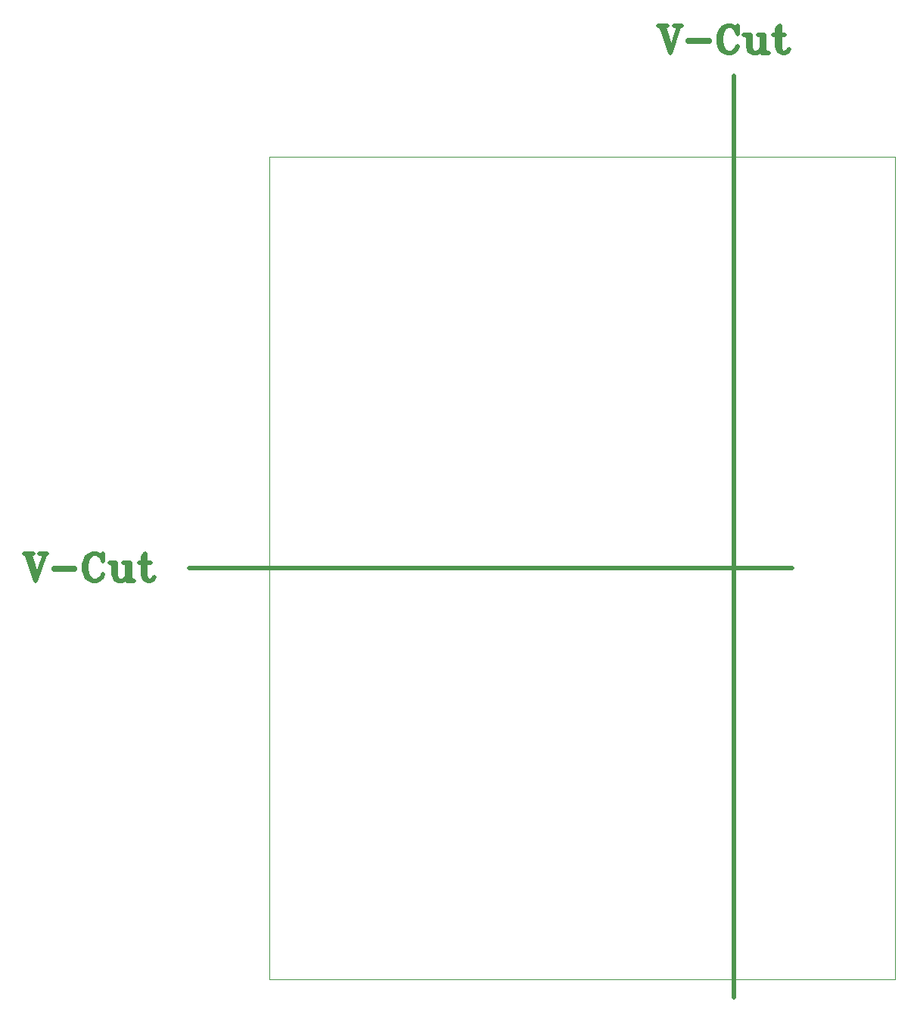
<source format=gko>
%FSLAX46Y46*%
%MOMM*%
%ADD10C,0.010000*%
%ADD11C,0.500000*%
G01*
G01*
%LPD*%
D10*
X0Y0D02*
X0Y92000000D01*
D10*
X0Y92000000D02*
X70000000Y92000000D01*
D10*
X70000000Y92000000D02*
X70000000Y0D01*
D10*
X70000000Y0D02*
X0Y0D01*
D11*
X44821428Y103571432D02*
X43821428Y106571432D01*
D11*
X44821428Y104000000D02*
X43964288Y106571432D01*
D11*
X44821428Y103571432D02*
X44821428Y104000000D01*
D11*
X44964288Y104000000D02*
X44107144Y106571432D01*
D11*
X44821428Y103571432D02*
X45821428Y106428568D01*
D11*
X44535712Y106571432D02*
X43535716Y106571432D01*
D11*
X46107144Y106571432D02*
X45250000Y106571432D01*
D11*
X43964288Y106285712D02*
X43678572Y106571432D01*
D11*
X44107144Y106285712D02*
X44250000Y106571432D01*
D11*
X44107144Y106428568D02*
X44392856Y106571432D01*
D11*
X45821428Y106428568D02*
X45535712Y106571432D01*
D11*
X45821428Y106428568D02*
X45964288Y106571432D01*
D11*
X49250000Y105000000D02*
X46821428Y105000000D01*
D11*
X49250000Y104857144D02*
X49250000Y105000000D01*
D11*
X46821428Y104857144D02*
X46821428Y105000000D01*
D11*
X49250000Y104857144D02*
X46821428Y104857144D01*
D11*
X52392856Y106571432D02*
X52250000Y106142856D01*
D11*
X52392856Y105714288D02*
X52392856Y106571432D01*
D11*
X52250000Y106142856D02*
X52392856Y105714288D01*
D11*
X51964288Y106428568D02*
X52250000Y106142856D01*
D11*
X51678572Y106571432D02*
X51964288Y106428568D01*
D11*
X51250000Y106571432D02*
X51678572Y106571432D01*
D11*
X50821428Y106428568D02*
X51250000Y106571432D01*
D11*
X50535716Y106142856D02*
X50821428Y106428568D01*
D11*
X50392856Y105857144D02*
X50535716Y106142856D01*
D11*
X50250000Y105428568D02*
X50392856Y105857144D01*
D11*
X50250000Y104714288D02*
X50250000Y105428568D01*
D11*
X50392856Y104285712D02*
X50250000Y104714288D01*
D11*
X50535716Y104000000D02*
X50392856Y104285712D01*
D11*
X50821428Y103714288D02*
X50535716Y104000000D01*
D11*
X51250000Y103571432D02*
X50821428Y103714288D01*
D11*
X51678572Y103571432D02*
X51250000Y103571432D01*
D11*
X51964288Y103714288D02*
X51678572Y103571432D01*
D11*
X52250000Y104000000D02*
X51964288Y103714288D01*
D11*
X52392856Y104285712D02*
X52250000Y104000000D01*
D11*
X50535716Y105857144D02*
X50678572Y106142856D01*
D11*
X50392856Y105428568D02*
X50535716Y105857144D01*
D11*
X50392856Y104714288D02*
X50392856Y105428568D01*
D11*
X50535716Y104285712D02*
X50392856Y104714288D01*
D11*
X50678572Y104000000D02*
X50535716Y104285712D01*
D11*
X50964288Y106428568D02*
X51250000Y106571432D01*
D11*
X50678572Y106000000D02*
X50964288Y106428568D01*
D11*
X50535716Y105428568D02*
X50678572Y106000000D01*
D11*
X50535716Y104714288D02*
X50535716Y105428568D01*
D11*
X50678572Y104142856D02*
X50535716Y104714288D01*
D11*
X50964288Y103714288D02*
X50678572Y104142856D01*
D11*
X51250000Y103571432D02*
X50964288Y103714288D01*
D11*
X53535716Y104285712D02*
X53535716Y105571432D01*
D11*
X53678572Y103857144D02*
X53535716Y104285712D01*
D11*
X53821428Y103714288D02*
X53678572Y103857144D01*
D11*
X54107144Y103571432D02*
X53821428Y103714288D01*
D11*
X54535716Y103571432D02*
X54107144Y103571432D01*
D11*
X54821428Y103714288D02*
X54535716Y103571432D01*
D11*
X54964284Y103857144D02*
X54821428Y103714288D01*
D11*
X55107144Y104142856D02*
X54964284Y103857144D01*
D11*
X53678572Y104142856D02*
X53678572Y105428568D01*
D11*
X53821428Y103857144D02*
X53678572Y104142856D01*
D11*
X53821428Y105571432D02*
X53107144Y105571432D01*
D11*
X53821428Y104142856D02*
X53821428Y105571432D01*
D11*
X53964288Y103714288D02*
X53821428Y104142856D01*
D11*
X54107144Y103571432D02*
X53964288Y103714288D01*
D11*
X55107144Y103571432D02*
X55107144Y105571432D01*
D11*
X55821428Y103571432D02*
X55107144Y103571432D01*
D11*
X55250000Y103714288D02*
X55250000Y105428568D01*
D11*
X55392856Y105571432D02*
X54678572Y105571432D01*
D11*
X55392856Y103571432D02*
X55392856Y105571432D01*
D11*
X53535716Y105428568D02*
X53250000Y105571432D01*
D11*
X53535716Y105285712D02*
X53392856Y105571432D01*
D11*
X55535716Y103571432D02*
X55392856Y103857144D01*
D11*
X55678572Y103571432D02*
X55392856Y103714288D01*
D11*
X56821428Y104285712D02*
X56821428Y106285712D01*
D11*
X56964284Y103857144D02*
X56821428Y104285712D01*
D11*
X57107144Y103714288D02*
X56964284Y103857144D01*
D11*
X57392856Y103571432D02*
X57107144Y103714288D01*
D11*
X57678572Y103571432D02*
X57392856Y103571432D01*
D11*
X57964284Y103714288D02*
X57678572Y103571432D01*
D11*
X58107144Y104000000D02*
X57964284Y103714288D01*
D11*
X56964284Y104142856D02*
X56964284Y106285712D01*
D11*
X57107144Y103857144D02*
X56964284Y104142856D01*
D11*
X57107144Y106571432D02*
X56821428Y106285712D01*
D11*
X57107144Y104142856D02*
X57107144Y106571432D01*
D11*
X57250000Y103714288D02*
X57107144Y104142856D01*
D11*
X57392856Y103571432D02*
X57250000Y103714288D01*
D11*
X57678572Y105571432D02*
X56392856Y105571432D01*
D11*
X-26178572Y44571428D02*
X-27178572Y47571428D01*
D11*
X-26178572Y45000000D02*
X-27035714Y47571428D01*
D11*
X-26178572Y44571428D02*
X-26178572Y45000000D01*
D11*
X-26035714Y45000000D02*
X-26892856Y47571428D01*
D11*
X-26178572Y44571428D02*
X-25178572Y47428572D01*
D11*
X-26464286Y47571428D02*
X-27464284Y47571428D01*
D11*
X-24892856Y47571428D02*
X-25750000Y47571428D01*
D11*
X-27035714Y47285716D02*
X-27321428Y47571428D01*
D11*
X-26892856Y47285716D02*
X-26750000Y47571428D01*
D11*
X-26892856Y47428572D02*
X-26607144Y47571428D01*
D11*
X-25178572Y47428572D02*
X-25464286Y47571428D01*
D11*
X-25178572Y47428572D02*
X-25035714Y47571428D01*
D11*
X-21750000Y46000000D02*
X-24178572Y46000000D01*
D11*
X-21750000Y45857144D02*
X-21750000Y46000000D01*
D11*
X-24178572Y45857144D02*
X-24178572Y46000000D01*
D11*
X-21750000Y45857144D02*
X-24178572Y45857144D01*
D11*
X-18607144Y47571428D02*
X-18750000Y47142856D01*
D11*
X-18607144Y46714284D02*
X-18607144Y47571428D01*
D11*
X-18750000Y47142856D02*
X-18607144Y46714284D01*
D11*
X-19035714Y47428572D02*
X-18750000Y47142856D01*
D11*
X-19321428Y47571428D02*
X-19035714Y47428572D01*
D11*
X-19750000Y47571428D02*
X-19321428Y47571428D01*
D11*
X-20178572Y47428572D02*
X-19750000Y47571428D01*
D11*
X-20464286Y47142856D02*
X-20178572Y47428572D01*
D11*
X-20607142Y46857144D02*
X-20464286Y47142856D01*
D11*
X-20750000Y46428572D02*
X-20607142Y46857144D01*
D11*
X-20750000Y45714284D02*
X-20750000Y46428572D01*
D11*
X-20607142Y45285716D02*
X-20750000Y45714284D01*
D11*
X-20464286Y45000000D02*
X-20607142Y45285716D01*
D11*
X-20178572Y44714284D02*
X-20464286Y45000000D01*
D11*
X-19750000Y44571428D02*
X-20178572Y44714284D01*
D11*
X-19321428Y44571428D02*
X-19750000Y44571428D01*
D11*
X-19035714Y44714284D02*
X-19321428Y44571428D01*
D11*
X-18750000Y45000000D02*
X-19035714Y44714284D01*
D11*
X-18607144Y45285716D02*
X-18750000Y45000000D01*
D11*
X-20464286Y46857144D02*
X-20321428Y47142856D01*
D11*
X-20607142Y46428572D02*
X-20464286Y46857144D01*
D11*
X-20607142Y45714284D02*
X-20607142Y46428572D01*
D11*
X-20464286Y45285716D02*
X-20607142Y45714284D01*
D11*
X-20321428Y45000000D02*
X-20464286Y45285716D01*
D11*
X-20035714Y47428572D02*
X-19750000Y47571428D01*
D11*
X-20321428Y47000000D02*
X-20035714Y47428572D01*
D11*
X-20464286Y46428572D02*
X-20321428Y47000000D01*
D11*
X-20464286Y45714284D02*
X-20464286Y46428572D01*
D11*
X-20321428Y45142856D02*
X-20464286Y45714284D01*
D11*
X-20035714Y44714284D02*
X-20321428Y45142856D01*
D11*
X-19750000Y44571428D02*
X-20035714Y44714284D01*
D11*
X-17464286Y45285716D02*
X-17464286Y46571428D01*
D11*
X-17321428Y44857144D02*
X-17464286Y45285716D01*
D11*
X-17178572Y44714284D02*
X-17321428Y44857144D01*
D11*
X-16892856Y44571428D02*
X-17178572Y44714284D01*
D11*
X-16464286Y44571428D02*
X-16892856Y44571428D01*
D11*
X-16178572Y44714284D02*
X-16464286Y44571428D01*
D11*
X-16035714Y44857144D02*
X-16178572Y44714284D01*
D11*
X-15892857Y45142856D02*
X-16035714Y44857144D01*
D11*
X-17321428Y45142856D02*
X-17321428Y46428572D01*
D11*
X-17178572Y44857144D02*
X-17321428Y45142856D01*
D11*
X-17178572Y46571428D02*
X-17892856Y46571428D01*
D11*
X-17178572Y45142856D02*
X-17178572Y46571428D01*
D11*
X-17035714Y44714284D02*
X-17178572Y45142856D01*
D11*
X-16892856Y44571428D02*
X-17035714Y44714284D01*
D11*
X-15892857Y44571428D02*
X-15892857Y46571428D01*
D11*
X-15178572Y44571428D02*
X-15892857Y44571428D01*
D11*
X-15750000Y44714284D02*
X-15750000Y46428572D01*
D11*
X-15607143Y46571428D02*
X-16321428Y46571428D01*
D11*
X-15607143Y44571428D02*
X-15607143Y46571428D01*
D11*
X-17464286Y46428572D02*
X-17750000Y46571428D01*
D11*
X-17464286Y46285716D02*
X-17607144Y46571428D01*
D11*
X-15464286Y44571428D02*
X-15607143Y44857144D01*
D11*
X-15321428Y44571428D02*
X-15607143Y44714284D01*
D11*
X-14178571Y45285716D02*
X-14178571Y47285716D01*
D11*
X-14035714Y44857144D02*
X-14178571Y45285716D01*
D11*
X-13892857Y44714284D02*
X-14035714Y44857144D01*
D11*
X-13607143Y44571428D02*
X-13892857Y44714284D01*
D11*
X-13321429Y44571428D02*
X-13607143Y44571428D01*
D11*
X-13035714Y44714284D02*
X-13321429Y44571428D01*
D11*
X-12892857Y45000000D02*
X-13035714Y44714284D01*
D11*
X-14035714Y45142856D02*
X-14035714Y47285716D01*
D11*
X-13892857Y44857144D02*
X-14035714Y45142856D01*
D11*
X-13892857Y47571428D02*
X-14178571Y47285716D01*
D11*
X-13892857Y45142856D02*
X-13892857Y47571428D01*
D11*
X-13750000Y44714284D02*
X-13892857Y45142856D01*
D11*
X-13607143Y44571428D02*
X-13750000Y44714284D01*
D11*
X-13321429Y46571428D02*
X-14607143Y46571428D01*
D11*
X-9000000Y46000000D02*
X58500000Y46000000D01*
D11*
X52000000Y101000000D02*
X52000000Y-2000000D01*
G75*
M02*

</source>
